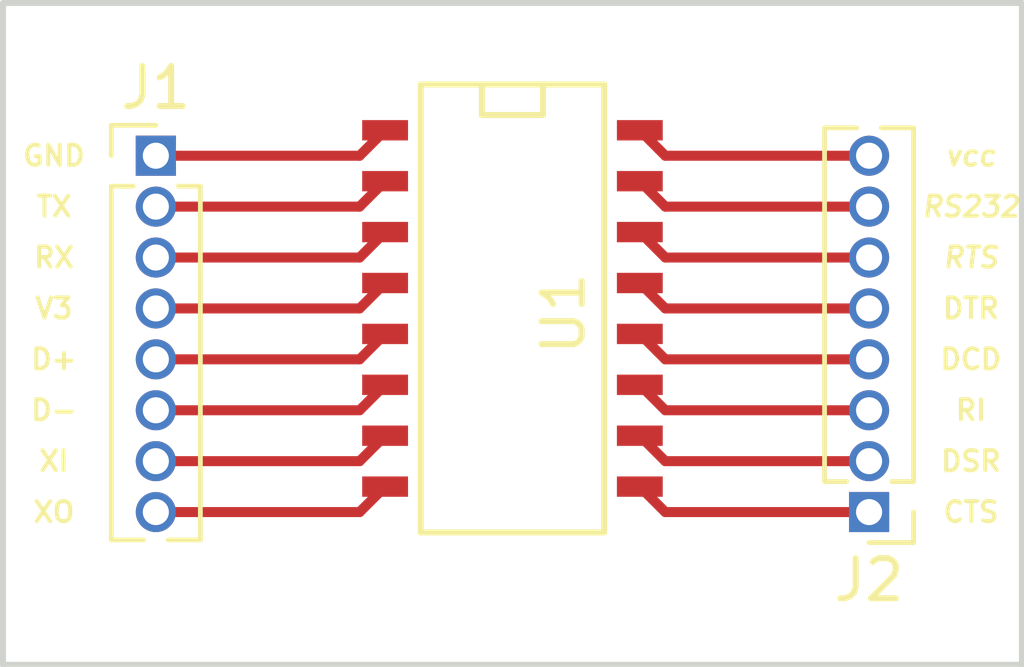
<source format=kicad_pcb>
(kicad_pcb (version 4) (host pcbnew 4.0.7)

  (general
    (links 16)
    (no_connects 0)
    (area 144.704999 98.984999 170.255001 115.645001)
    (thickness 1.6)
    (drawings 20)
    (tracks 32)
    (zones 0)
    (modules 3)
    (nets 18)
  )

  (page A4)
  (layers
    (0 F.Cu signal)
    (31 B.Cu signal)
    (32 B.Adhes user)
    (33 F.Adhes user)
    (34 B.Paste user)
    (35 F.Paste user)
    (36 B.SilkS user)
    (37 F.SilkS user)
    (38 B.Mask user)
    (39 F.Mask user)
    (40 Dwgs.User user)
    (41 Cmts.User user)
    (42 Eco1.User user)
    (43 Eco2.User user)
    (44 Edge.Cuts user)
    (45 Margin user)
    (46 B.CrtYd user)
    (47 F.CrtYd user)
    (48 B.Fab user)
    (49 F.Fab user)
  )

  (setup
    (last_trace_width 0.25)
    (trace_clearance 0.2)
    (zone_clearance 0.508)
    (zone_45_only no)
    (trace_min 0.2)
    (segment_width 0.2)
    (edge_width 0.15)
    (via_size 0.6)
    (via_drill 0.4)
    (via_min_size 0.4)
    (via_min_drill 0.3)
    (uvia_size 0.3)
    (uvia_drill 0.1)
    (uvias_allowed no)
    (uvia_min_size 0.2)
    (uvia_min_drill 0.1)
    (pcb_text_width 0.3)
    (pcb_text_size 1.5 1.5)
    (mod_edge_width 0.15)
    (mod_text_size 1 1)
    (mod_text_width 0.15)
    (pad_size 1.524 1.524)
    (pad_drill 0.762)
    (pad_to_mask_clearance 0.2)
    (aux_axis_origin 0 0)
    (visible_elements 7FFFFFFF)
    (pcbplotparams
      (layerselection 0x010fc_80000001)
      (usegerberextensions false)
      (excludeedgelayer true)
      (linewidth 0.100000)
      (plotframeref false)
      (viasonmask false)
      (mode 1)
      (useauxorigin false)
      (hpglpennumber 1)
      (hpglpenspeed 20)
      (hpglpendiameter 15)
      (hpglpenoverlay 2)
      (psnegative false)
      (psa4output false)
      (plotreference true)
      (plotvalue true)
      (plotinvisibletext false)
      (padsonsilk false)
      (subtractmaskfromsilk false)
      (outputformat 1)
      (mirror false)
      (drillshape 0)
      (scaleselection 1)
      (outputdirectory "gerber ch340g/"))
  )

  (net 0 "")
  (net 1 GNDPWR)
  (net 2 /TX)
  (net 3 /RX)
  (net 4 /D+)
  (net 5 /D-)
  (net 6 /X1)
  (net 7 /X0)
  (net 8 /CTS)
  (net 9 /DSR)
  (net 10 /RI)
  (net 11 /DCD)
  (net 12 /DTR)
  (net 13 /RTS)
  (net 14 /RS232)
  (net 15 /gnd)
  (net 16 /V3)
  (net 17 /VCC)

  (net_class Default "This is the default net class."
    (clearance 0.2)
    (trace_width 0.25)
    (via_dia 0.6)
    (via_drill 0.4)
    (uvia_dia 0.3)
    (uvia_drill 0.1)
    (add_net /CTS)
    (add_net /D+)
    (add_net /D-)
    (add_net /DCD)
    (add_net /DSR)
    (add_net /DTR)
    (add_net /RI)
    (add_net /RS232)
    (add_net /RTS)
    (add_net /RX)
    (add_net /TX)
    (add_net /V3)
    (add_net /VCC)
    (add_net /X0)
    (add_net /X1)
    (add_net /gnd)
  )

  (module Pin_Headers:Pin_Header_Straight_1x08_Pitch1.27mm (layer F.Cu) (tedit 5FA3A4B9) (tstamp 5FA3916F)
    (at 148.59 102.87)
    (descr "Through hole straight pin header, 1x08, 1.27mm pitch, single row")
    (tags "Through hole pin header THT 1x08 1.27mm single row")
    (path /5F9EEEB6)
    (fp_text reference J1 (at 0 -1.695) (layer F.SilkS)
      (effects (font (size 1 1) (thickness 0.15)))
    )
    (fp_text value Conn_01x08_Male (at 3.81 11.43) (layer F.Fab)
      (effects (font (size 1 1) (thickness 0.15)))
    )
    (fp_line (start -0.525 -0.635) (end 1.05 -0.635) (layer F.Fab) (width 0.1))
    (fp_line (start 1.05 -0.635) (end 1.05 9.525) (layer F.Fab) (width 0.1))
    (fp_line (start 1.05 9.525) (end -1.05 9.525) (layer F.Fab) (width 0.1))
    (fp_line (start -1.05 9.525) (end -1.05 -0.11) (layer F.Fab) (width 0.1))
    (fp_line (start -1.05 -0.11) (end -0.525 -0.635) (layer F.Fab) (width 0.1))
    (fp_line (start -1.11 9.585) (end -0.30753 9.585) (layer F.SilkS) (width 0.12))
    (fp_line (start 0.30753 9.585) (end 1.11 9.585) (layer F.SilkS) (width 0.12))
    (fp_line (start -1.11 0.76) (end -1.11 9.585) (layer F.SilkS) (width 0.12))
    (fp_line (start 1.11 0.76) (end 1.11 9.585) (layer F.SilkS) (width 0.12))
    (fp_line (start -1.11 0.76) (end -0.563471 0.76) (layer F.SilkS) (width 0.12))
    (fp_line (start 0.563471 0.76) (end 1.11 0.76) (layer F.SilkS) (width 0.12))
    (fp_line (start -1.11 0) (end -1.11 -0.76) (layer F.SilkS) (width 0.12))
    (fp_line (start -1.11 -0.76) (end 0 -0.76) (layer F.SilkS) (width 0.12))
    (fp_line (start -1.55 -1.15) (end -1.55 10.05) (layer F.CrtYd) (width 0.05))
    (fp_line (start -1.55 10.05) (end 1.55 10.05) (layer F.CrtYd) (width 0.05))
    (fp_line (start 1.55 10.05) (end 1.55 -1.15) (layer F.CrtYd) (width 0.05))
    (fp_line (start 1.55 -1.15) (end -1.55 -1.15) (layer F.CrtYd) (width 0.05))
    (fp_text user %R (at 0 4.445 90) (layer F.Fab)
      (effects (font (size 1 1) (thickness 0.15)))
    )
    (pad 1 thru_hole rect (at 0 0) (size 1 1) (drill 0.65) (layers *.Cu *.Mask)
      (net 15 /gnd))
    (pad 2 thru_hole oval (at 0 1.27) (size 1 1) (drill 0.65) (layers *.Cu *.Mask)
      (net 2 /TX))
    (pad 3 thru_hole oval (at 0 2.54) (size 1 1) (drill 0.65) (layers *.Cu *.Mask)
      (net 3 /RX))
    (pad 4 thru_hole oval (at 0 3.81) (size 1 1) (drill 0.65) (layers *.Cu *.Mask)
      (net 16 /V3))
    (pad 5 thru_hole oval (at 0 5.08) (size 1 1) (drill 0.65) (layers *.Cu *.Mask)
      (net 4 /D+))
    (pad 6 thru_hole oval (at 0 6.35) (size 1 1) (drill 0.65) (layers *.Cu *.Mask)
      (net 5 /D-))
    (pad 7 thru_hole oval (at 0 7.62) (size 1 1) (drill 0.65) (layers *.Cu *.Mask)
      (net 6 /X1))
    (pad 8 thru_hole oval (at 0 8.89) (size 1 1) (drill 0.65) (layers *.Cu *.Mask)
      (net 7 /X0))
    (model ${KISYS3DMOD}/Pin_Headers.3dshapes/Pin_Header_Straight_1x08_Pitch1.27mm.wrl
      (at (xyz 0 0 0))
      (scale (xyz 1 1 1))
      (rotate (xyz 0 0 0))
    )
  )

  (module Pin_Headers:Pin_Header_Straight_1x08_Pitch1.27mm (layer F.Cu) (tedit 5FA3A497) (tstamp 5FA3917B)
    (at 166.37 111.76 180)
    (descr "Through hole straight pin header, 1x08, 1.27mm pitch, single row")
    (tags "Through hole pin header THT 1x08 1.27mm single row")
    (path /5F9EEEFB)
    (fp_text reference J2 (at 0 -1.695 180) (layer F.SilkS)
      (effects (font (size 1 1) (thickness 0.15)))
    )
    (fp_text value Conn_01x08_Male (at 3.81 11.43 180) (layer F.Fab)
      (effects (font (size 1 1) (thickness 0.15)))
    )
    (fp_line (start -0.525 -0.635) (end 1.05 -0.635) (layer F.Fab) (width 0.1))
    (fp_line (start 1.05 -0.635) (end 1.05 9.525) (layer F.Fab) (width 0.1))
    (fp_line (start 1.05 9.525) (end -1.05 9.525) (layer F.Fab) (width 0.1))
    (fp_line (start -1.05 9.525) (end -1.05 -0.11) (layer F.Fab) (width 0.1))
    (fp_line (start -1.05 -0.11) (end -0.525 -0.635) (layer F.Fab) (width 0.1))
    (fp_line (start -1.11 9.585) (end -0.30753 9.585) (layer F.SilkS) (width 0.12))
    (fp_line (start 0.30753 9.585) (end 1.11 9.585) (layer F.SilkS) (width 0.12))
    (fp_line (start -1.11 0.76) (end -1.11 9.585) (layer F.SilkS) (width 0.12))
    (fp_line (start 1.11 0.76) (end 1.11 9.585) (layer F.SilkS) (width 0.12))
    (fp_line (start -1.11 0.76) (end -0.563471 0.76) (layer F.SilkS) (width 0.12))
    (fp_line (start 0.563471 0.76) (end 1.11 0.76) (layer F.SilkS) (width 0.12))
    (fp_line (start -1.11 0) (end -1.11 -0.76) (layer F.SilkS) (width 0.12))
    (fp_line (start -1.11 -0.76) (end 0 -0.76) (layer F.SilkS) (width 0.12))
    (fp_line (start -1.55 -1.15) (end -1.55 10.05) (layer F.CrtYd) (width 0.05))
    (fp_line (start -1.55 10.05) (end 1.55 10.05) (layer F.CrtYd) (width 0.05))
    (fp_line (start 1.55 10.05) (end 1.55 -1.15) (layer F.CrtYd) (width 0.05))
    (fp_line (start 1.55 -1.15) (end -1.55 -1.15) (layer F.CrtYd) (width 0.05))
    (fp_text user %R (at 0 4.445 270) (layer F.Fab)
      (effects (font (size 1 1) (thickness 0.15)))
    )
    (pad 1 thru_hole rect (at 0 0 180) (size 1 1) (drill 0.65) (layers *.Cu *.Mask)
      (net 8 /CTS))
    (pad 2 thru_hole oval (at 0 1.27 180) (size 1 1) (drill 0.65) (layers *.Cu *.Mask)
      (net 9 /DSR))
    (pad 3 thru_hole oval (at 0 2.54 180) (size 1 1) (drill 0.65) (layers *.Cu *.Mask)
      (net 10 /RI))
    (pad 4 thru_hole oval (at 0 3.81 180) (size 1 1) (drill 0.65) (layers *.Cu *.Mask)
      (net 11 /DCD))
    (pad 5 thru_hole oval (at 0 5.08 180) (size 1 1) (drill 0.65) (layers *.Cu *.Mask)
      (net 12 /DTR))
    (pad 6 thru_hole oval (at 0 6.35 180) (size 1 1) (drill 0.65) (layers *.Cu *.Mask)
      (net 13 /RTS))
    (pad 7 thru_hole oval (at 0 7.62 180) (size 1 1) (drill 0.65) (layers *.Cu *.Mask)
      (net 14 /RS232))
    (pad 8 thru_hole oval (at 0 8.89 180) (size 1 1) (drill 0.65) (layers *.Cu *.Mask)
      (net 17 /VCC))
    (model ${KISYS3DMOD}/Pin_Headers.3dshapes/Pin_Header_Straight_1x08_Pitch1.27mm.wrl
      (at (xyz 0 0 0))
      (scale (xyz 1 1 1))
      (rotate (xyz 0 0 0))
    )
  )

  (module SMD_Packages:SO-16-N (layer F.Cu) (tedit 0) (tstamp 5FA3918F)
    (at 157.48 106.68 270)
    (descr "Module CMS SOJ 16 pins large")
    (tags "CMS SOJ")
    (path /5F9EEDED)
    (attr smd)
    (fp_text reference U1 (at 0.127 -1.27 270) (layer F.SilkS)
      (effects (font (size 1 1) (thickness 0.15)))
    )
    (fp_text value CH340G (at 0 1.27 270) (layer F.Fab)
      (effects (font (size 1 1) (thickness 0.15)))
    )
    (fp_line (start -5.588 -0.762) (end -4.826 -0.762) (layer F.SilkS) (width 0.15))
    (fp_line (start -4.826 -0.762) (end -4.826 0.762) (layer F.SilkS) (width 0.15))
    (fp_line (start -4.826 0.762) (end -5.588 0.762) (layer F.SilkS) (width 0.15))
    (fp_line (start 5.588 -2.286) (end 5.588 2.286) (layer F.SilkS) (width 0.15))
    (fp_line (start 5.588 2.286) (end -5.588 2.286) (layer F.SilkS) (width 0.15))
    (fp_line (start -5.588 2.286) (end -5.588 -2.286) (layer F.SilkS) (width 0.15))
    (fp_line (start -5.588 -2.286) (end 5.588 -2.286) (layer F.SilkS) (width 0.15))
    (pad 16 smd rect (at -4.445 -3.175 270) (size 0.508 1.143) (layers F.Cu F.Paste F.Mask)
      (net 17 /VCC))
    (pad 14 smd rect (at -1.905 -3.175 270) (size 0.508 1.143) (layers F.Cu F.Paste F.Mask)
      (net 13 /RTS))
    (pad 13 smd rect (at -0.635 -3.175 270) (size 0.508 1.143) (layers F.Cu F.Paste F.Mask)
      (net 12 /DTR))
    (pad 12 smd rect (at 0.635 -3.175 270) (size 0.508 1.143) (layers F.Cu F.Paste F.Mask)
      (net 11 /DCD))
    (pad 11 smd rect (at 1.905 -3.175 270) (size 0.508 1.143) (layers F.Cu F.Paste F.Mask)
      (net 10 /RI))
    (pad 10 smd rect (at 3.175 -3.175 270) (size 0.508 1.143) (layers F.Cu F.Paste F.Mask)
      (net 9 /DSR))
    (pad 9 smd rect (at 4.445 -3.175 270) (size 0.508 1.143) (layers F.Cu F.Paste F.Mask)
      (net 8 /CTS))
    (pad 8 smd rect (at 4.445 3.175 270) (size 0.508 1.143) (layers F.Cu F.Paste F.Mask)
      (net 7 /X0))
    (pad 7 smd rect (at 3.175 3.175 270) (size 0.508 1.143) (layers F.Cu F.Paste F.Mask)
      (net 6 /X1))
    (pad 6 smd rect (at 1.905 3.175 270) (size 0.508 1.143) (layers F.Cu F.Paste F.Mask)
      (net 5 /D-))
    (pad 5 smd rect (at 0.635 3.175 270) (size 0.508 1.143) (layers F.Cu F.Paste F.Mask)
      (net 4 /D+))
    (pad 4 smd rect (at -0.635 3.175 270) (size 0.508 1.143) (layers F.Cu F.Paste F.Mask)
      (net 16 /V3))
    (pad 3 smd rect (at -1.905 3.175 270) (size 0.508 1.143) (layers F.Cu F.Paste F.Mask)
      (net 3 /RX))
    (pad 2 smd rect (at -3.175 3.175 270) (size 0.508 1.143) (layers F.Cu F.Paste F.Mask)
      (net 2 /TX))
    (pad 1 smd rect (at -4.445 3.175 270) (size 0.508 1.143) (layers F.Cu F.Paste F.Mask)
      (net 15 /gnd))
    (pad 15 smd rect (at -3.175 -3.175 270) (size 0.508 1.143) (layers F.Cu F.Paste F.Mask)
      (net 14 /RS232))
    (model SMD_Packages.3dshapes/SO-16-N.wrl
      (at (xyz 0 0 0))
      (scale (xyz 0.5 0.4 0.5))
      (rotate (xyz 0 0 0))
    )
  )

  (gr_text XO (at 146.05 111.76) (layer F.SilkS)
    (effects (font (size 0.5 0.5) (thickness 0.1)))
  )
  (gr_text XI (at 146.05 110.49) (layer F.SilkS)
    (effects (font (size 0.5 0.5) (thickness 0.1)))
  )
  (gr_text D- (at 146.05 109.22) (layer F.SilkS)
    (effects (font (size 0.5 0.5) (thickness 0.1)))
  )
  (gr_text D+ (at 146.05 107.95) (layer F.SilkS)
    (effects (font (size 0.5 0.5) (thickness 0.1)))
  )
  (gr_text V3 (at 146.05 106.68) (layer F.SilkS)
    (effects (font (size 0.5 0.5) (thickness 0.1)))
  )
  (gr_text RX (at 146.05 105.41) (layer F.SilkS)
    (effects (font (size 0.5 0.5) (thickness 0.1)))
  )
  (gr_text TX (at 146.05 104.14) (layer F.SilkS)
    (effects (font (size 0.5 0.5) (thickness 0.1)))
  )
  (gr_text GND (at 146.05 102.87) (layer F.SilkS)
    (effects (font (size 0.5 0.5) (thickness 0.1)))
  )
  (gr_text CTS (at 168.91 111.76) (layer F.SilkS)
    (effects (font (size 0.5 0.5) (thickness 0.1)))
  )
  (gr_text DSR (at 168.91 110.49) (layer F.SilkS)
    (effects (font (size 0.5 0.5) (thickness 0.1)))
  )
  (gr_text RI (at 168.91 109.22) (layer F.SilkS)
    (effects (font (size 0.5 0.5) (thickness 0.1)))
  )
  (gr_text DCD (at 168.91 107.95) (layer F.SilkS)
    (effects (font (size 0.5 0.5) (thickness 0.1)))
  )
  (gr_text DTR (at 168.91 106.68) (layer F.SilkS)
    (effects (font (size 0.5 0.5) (thickness 0.1)))
  )
  (gr_text RTS (at 168.91 105.41) (layer F.SilkS)
    (effects (font (size 0.5 0.5) (thickness 0.1) italic))
  )
  (gr_text RS232 (at 168.91 104.14) (layer F.SilkS)
    (effects (font (size 0.5 0.5) (thickness 0.1) italic))
  )
  (gr_text vcc (at 168.91 102.87) (layer F.SilkS)
    (effects (font (size 0.5 0.5) (thickness 0.1) italic))
  )
  (gr_line (start 144.78 115.57) (end 144.78 99.06) (angle 90) (layer Edge.Cuts) (width 0.15))
  (gr_line (start 170.18 115.57) (end 144.78 115.57) (angle 90) (layer Edge.Cuts) (width 0.15))
  (gr_line (start 170.18 99.06) (end 170.18 115.57) (angle 90) (layer Edge.Cuts) (width 0.15))
  (gr_line (start 144.78 99.06) (end 170.18 99.06) (angle 90) (layer Edge.Cuts) (width 0.15))

  (segment (start 148.59 104.14) (end 153.67 104.14) (width 0.25) (layer F.Cu) (net 2))
  (segment (start 153.67 104.14) (end 154.305 103.505) (width 0.25) (layer F.Cu) (net 2) (tstamp 5FA3975A))
  (segment (start 148.59 105.41) (end 153.67 105.41) (width 0.25) (layer F.Cu) (net 3))
  (segment (start 153.67 105.41) (end 154.305 104.775) (width 0.25) (layer F.Cu) (net 3) (tstamp 5FA39783))
  (segment (start 148.59 107.95) (end 153.67 107.95) (width 0.25) (layer F.Cu) (net 4))
  (segment (start 153.67 107.95) (end 154.305 107.315) (width 0.25) (layer F.Cu) (net 4) (tstamp 5FA3986E))
  (segment (start 148.59 109.22) (end 153.67 109.22) (width 0.25) (layer F.Cu) (net 5))
  (segment (start 153.67 109.22) (end 154.305 108.585) (width 0.25) (layer F.Cu) (net 5) (tstamp 5FA39882))
  (segment (start 148.59 110.49) (end 153.67 110.49) (width 0.25) (layer F.Cu) (net 6))
  (segment (start 153.67 110.49) (end 154.305 109.855) (width 0.25) (layer F.Cu) (net 6) (tstamp 5FA398A2))
  (segment (start 148.59 111.76) (end 153.67 111.76) (width 0.25) (layer F.Cu) (net 7))
  (segment (start 153.67 111.76) (end 154.305 111.125) (width 0.25) (layer F.Cu) (net 7) (tstamp 5FA398AE))
  (segment (start 166.37 111.76) (end 161.29 111.76) (width 0.25) (layer F.Cu) (net 8))
  (segment (start 161.29 111.76) (end 160.655 111.125) (width 0.25) (layer F.Cu) (net 8) (tstamp 5FA398C2))
  (segment (start 166.37 110.49) (end 161.29 110.49) (width 0.25) (layer F.Cu) (net 9))
  (segment (start 161.29 110.49) (end 160.655 109.855) (width 0.25) (layer F.Cu) (net 9) (tstamp 5FA3991E))
  (segment (start 166.37 109.22) (end 161.29 109.22) (width 0.25) (layer F.Cu) (net 10))
  (segment (start 161.29 109.22) (end 160.655 108.585) (width 0.25) (layer F.Cu) (net 10) (tstamp 5FA39935))
  (segment (start 166.37 107.95) (end 161.29 107.95) (width 0.25) (layer F.Cu) (net 11))
  (segment (start 161.29 107.95) (end 160.655 107.315) (width 0.25) (layer F.Cu) (net 11) (tstamp 5FA39944))
  (segment (start 166.37 106.68) (end 161.29 106.68) (width 0.25) (layer F.Cu) (net 12))
  (segment (start 161.29 106.68) (end 160.655 106.045) (width 0.25) (layer F.Cu) (net 12) (tstamp 5FA3994E))
  (segment (start 166.37 105.41) (end 161.29 105.41) (width 0.25) (layer F.Cu) (net 13))
  (segment (start 161.29 105.41) (end 160.655 104.775) (width 0.25) (layer F.Cu) (net 13) (tstamp 5FA3995A))
  (segment (start 166.37 104.14) (end 161.29 104.14) (width 0.25) (layer F.Cu) (net 14))
  (segment (start 161.29 104.14) (end 160.655 103.505) (width 0.25) (layer F.Cu) (net 14) (tstamp 5FA39966))
  (segment (start 148.59 102.87) (end 153.67 102.87) (width 0.25) (layer F.Cu) (net 15))
  (segment (start 153.67 102.87) (end 154.305 102.235) (width 0.25) (layer F.Cu) (net 15) (tstamp 5FA39728))
  (segment (start 148.59 106.68) (end 153.67 106.68) (width 0.25) (layer F.Cu) (net 16))
  (segment (start 153.67 106.68) (end 154.305 106.045) (width 0.25) (layer F.Cu) (net 16) (tstamp 5FA39858))
  (segment (start 166.37 102.87) (end 161.29 102.87) (width 0.25) (layer F.Cu) (net 17))
  (segment (start 161.29 102.87) (end 160.655 102.235) (width 0.25) (layer F.Cu) (net 17) (tstamp 5FA3996F))

  (zone (net 1) (net_name GNDPWR) (layer F.Cu) (tstamp 5FA3A829) (hatch edge 0.508)
    (connect_pads (clearance 0.508))
    (min_thickness 0.254)
    (fill (arc_segments 16) (thermal_gap 0.508) (thermal_bridge_width 0.508))
    (polygon
      (pts
        (xy 170.18 115.57) (xy 144.78 115.57) (xy 144.78 99.06) (xy 170.18 99.06)
      )
    )
  )
  (zone (net 1) (net_name GNDPWR) (layer B.Cu) (tstamp 5FA3A973) (hatch edge 0.508)
    (connect_pads (clearance 0.508))
    (min_thickness 0.254)
    (fill (arc_segments 16) (thermal_gap 0.508) (thermal_bridge_width 0.508))
    (polygon
      (pts
        (xy 170.18 115.57) (xy 144.78 115.57) (xy 144.78 99.06) (xy 170.18 99.06)
      )
    )
  )
)

</source>
